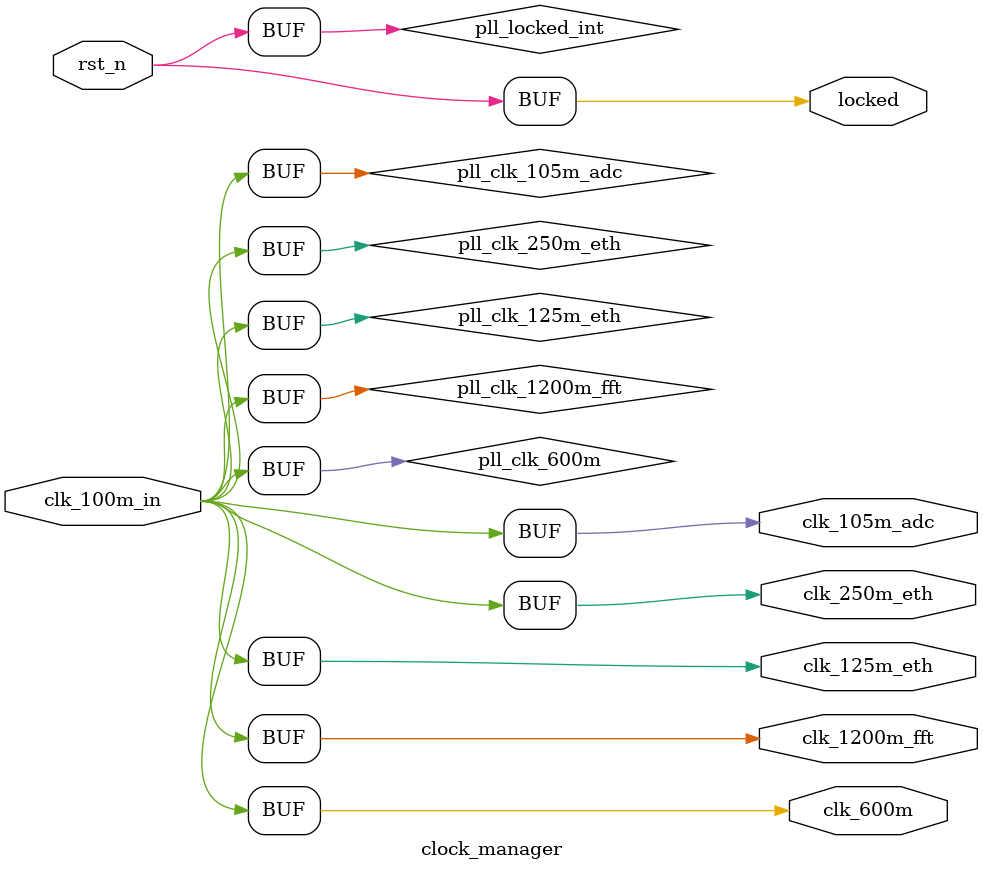
<source format=v>

`timescale 1ns/1ps

module clock_manager (
    input  wire clk_100m_in,     // Primary 100 MHz input clock
    input  wire rst_n,          // System reset (active low)

    // Clock outputs
    output wire clk_600m,       // 600 MHz clock for DDC and windowing
    output wire clk_1200m_fft,  // 1200 MHz clock for FFT processor
    output wire clk_125m_eth,   // 125 MHz Ethernet clock (standard)
    output wire clk_250m_eth,   // 250 MHz Ethernet clock (boosted)
    output wire clk_105m_adc,   // 105 MHz ADC clock

    // Status outputs
    output wire locked          // PLL lock status (active high)
);

    // ========================================================================
    // Internal signals for PLL
    // ========================================================================
    wire pll_clk_600m;
    wire pll_clk_1200m_fft;
    wire pll_clk_125m_eth;
    wire pll_clk_250m_eth;
    wire pll_clk_105m_adc;
    wire pll_locked_int;

    // ========================================================================
    // Placeholder for actual PLL instantiation
    // (e.g., Lattice ecppll, Altera altpll, Xilinx pll_primitive)
    // This will generate multiple clocks from clk_100m_in
    // ========================================================================
    // Example:
    // LIFMD6000_PLL u_pll (
    //     .clk_in           (clk_100m_in),
    //     .rst_n            (rst_n),
    //     .clk_600m         (pll_clk_600m),
    //     .clk_1200m_fft    (pll_clk_1200m_fft),
    //     .clk_125m_eth     (pll_clk_125m_eth),
    //     .clk_250m_eth     (pll_clk_250m_eth),
    //     .clk_105m_adc     (pll_clk_105m_adc),
    //     .locked           (pll_locked_int)
    // );
    
    // For simulation/initial setup without actual PLL IP:
    assign pll_clk_600m = clk_100m_in;
    assign pll_clk_1200m_fft = clk_100m_in;
    assign pll_clk_125m_eth = clk_100m_in;
    assign pll_clk_250m_eth = clk_100m_in;
    assign pll_clk_105m_adc = clk_100m_in;
    assign pll_locked_int = rst_n; // Assume locked when not in reset

    // ========================================================================
    // Assign PLL outputs to module outputs
    // ========================================================================
    assign clk_600m       = pll_clk_600m;
    assign clk_1200m_fft  = pll_clk_1200m_fft;
    assign clk_125m_eth   = pll_clk_125m_eth;
    assign clk_250m_eth   = pll_clk_250m_eth;
    assign clk_105m_adc   = pll_clk_105m_adc;
    assign locked         = pll_locked_int;

endmodule

</source>
